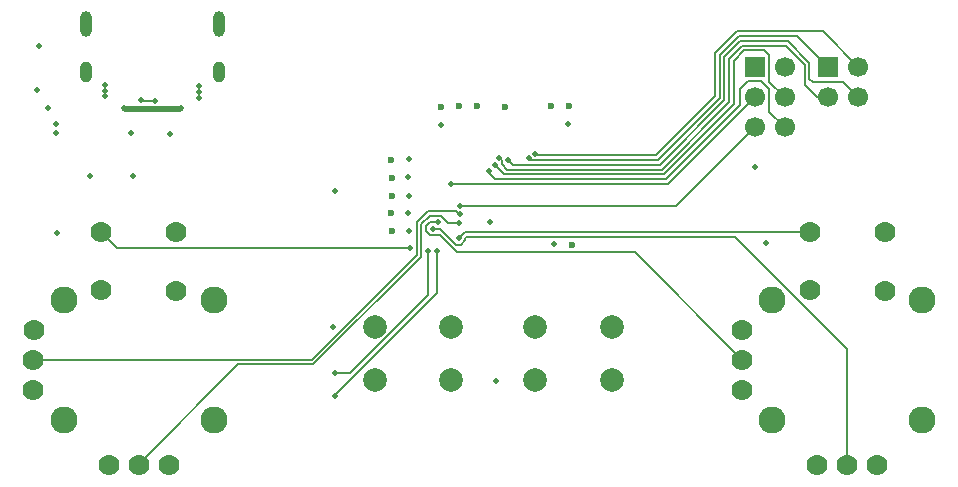
<source format=gbr>
%TF.GenerationSoftware,KiCad,Pcbnew,9.0.1-9.0.1-0~ubuntu24.04.1*%
%TF.CreationDate,2025-05-01T11:00:12-04:00*%
%TF.ProjectId,drone_sim_controler,64726f6e-655f-4736-996d-5f636f6e7472,rev?*%
%TF.SameCoordinates,Original*%
%TF.FileFunction,Copper,L4,Bot*%
%TF.FilePolarity,Positive*%
%FSLAX46Y46*%
G04 Gerber Fmt 4.6, Leading zero omitted, Abs format (unit mm)*
G04 Created by KiCad (PCBNEW 9.0.1-9.0.1-0~ubuntu24.04.1) date 2025-05-01 11:00:12*
%MOMM*%
%LPD*%
G01*
G04 APERTURE LIST*
G04 Aperture macros list*
%AMRoundRect*
0 Rectangle with rounded corners*
0 $1 Rounding radius*
0 $2 $3 $4 $5 $6 $7 $8 $9 X,Y pos of 4 corners*
0 Add a 4 corners polygon primitive as box body*
4,1,4,$2,$3,$4,$5,$6,$7,$8,$9,$2,$3,0*
0 Add four circle primitives for the rounded corners*
1,1,$1+$1,$2,$3*
1,1,$1+$1,$4,$5*
1,1,$1+$1,$6,$7*
1,1,$1+$1,$8,$9*
0 Add four rect primitives between the rounded corners*
20,1,$1+$1,$2,$3,$4,$5,0*
20,1,$1+$1,$4,$5,$6,$7,0*
20,1,$1+$1,$6,$7,$8,$9,0*
20,1,$1+$1,$8,$9,$2,$3,0*%
G04 Aperture macros list end*
%TA.AperFunction,ComponentPad*%
%ADD10RoundRect,0.500000X-0.000010X0.400000X-0.000010X-0.400000X0.000010X-0.400000X0.000010X0.400000X0*%
%TD*%
%TA.AperFunction,ComponentPad*%
%ADD11RoundRect,0.500000X-0.000010X0.600000X-0.000010X-0.600000X0.000010X-0.600000X0.000010X0.600000X0*%
%TD*%
%TA.AperFunction,ComponentPad*%
%ADD12C,2.000000*%
%TD*%
%TA.AperFunction,ComponentPad*%
%ADD13C,1.778000*%
%TD*%
%TA.AperFunction,ComponentPad*%
%ADD14C,2.286000*%
%TD*%
%TA.AperFunction,ComponentPad*%
%ADD15C,0.499999*%
%TD*%
%TA.AperFunction,ComponentPad*%
%ADD16R,1.700000X1.700000*%
%TD*%
%TA.AperFunction,ComponentPad*%
%ADD17C,1.700000*%
%TD*%
%TA.AperFunction,ViaPad*%
%ADD18C,0.500000*%
%TD*%
%TA.AperFunction,ViaPad*%
%ADD19C,0.600000*%
%TD*%
%TA.AperFunction,Conductor*%
%ADD20C,0.200000*%
%TD*%
%TA.AperFunction,Conductor*%
%ADD21C,0.500000*%
%TD*%
G04 APERTURE END LIST*
D10*
%TO.P,J1,S,SHIELD*%
%TO.N,GNDS*%
X73500000Y-124000000D03*
D11*
X73500000Y-120000000D03*
D10*
X62260000Y-124000000D03*
D11*
X62260000Y-120000000D03*
%TD*%
D12*
%TO.P,SW2,1,1*%
%TO.N,BTN_2*%
X100250000Y-145578497D03*
%TO.P,SW2,3,K*%
%TO.N,unconnected-(SW2-K-Pad3)*%
X106750000Y-145578497D03*
%TO.P,SW2,2,2*%
%TO.N,unconnected-(SW2-Pad2)*%
X100250000Y-150078497D03*
%TO.P,SW2,4,A*%
%TO.N,GND*%
X106750000Y-150078497D03*
%TD*%
D13*
%TO.P,JS2,B1A,SW_COM*%
%TO.N,RS_SW*%
X123525000Y-137585200D03*
%TO.P,JS2,B1B,SW_NO*%
%TO.N,unconnected-(JS2-SW_NO-PadB1B)*%
X129875000Y-137605000D03*
%TO.P,JS2,B2A,SW_COM*%
%TO.N,unconnected-(JS2-SW_COM-PadB2A)*%
X123525000Y-142525200D03*
%TO.P,JS2,B2B,SW_NO*%
%TO.N,GND*%
X129885000Y-142545200D03*
%TO.P,JS2,H1,Y_LO*%
X124175000Y-157275200D03*
%TO.P,JS2,H2,Y_W*%
%TO.N,RS_Y*%
X126715000Y-157295200D03*
%TO.P,JS2,H3,Y_HI*%
%TO.N,+3V3*%
X129255000Y-157275200D03*
D14*
%TO.P,JS2,S,SHLD*%
%TO.N,GNDS*%
X120350000Y-143335200D03*
X120350000Y-153465200D03*
X133050000Y-143320000D03*
X133050000Y-153480000D03*
D13*
%TO.P,JS2,V1,X_LO*%
%TO.N,GND*%
X117810000Y-145860000D03*
%TO.P,JS2,V2,X_W*%
%TO.N,RS_X*%
X117795000Y-148385200D03*
%TO.P,JS2,V3,X_HI*%
%TO.N,+3V3*%
X117795000Y-150925200D03*
%TD*%
D15*
%TO.P,U3,11,EXP*%
%TO.N,GND*%
X59700000Y-128406300D03*
X59700000Y-129193700D03*
%TD*%
D16*
%TO.P,J3,1,Pin_1*%
%TO.N,MTD0*%
X125085000Y-123605000D03*
D17*
%TO.P,J3,2,Pin_2*%
%TO.N,MTCK*%
X127625000Y-123605000D03*
%TO.P,J3,3,Pin_3*%
%TO.N,MTMS*%
X125085000Y-126145000D03*
%TO.P,J3,4,Pin_4*%
%TO.N,MTDI*%
X127625000Y-126145000D03*
%TD*%
D12*
%TO.P,SW1,1,1*%
%TO.N,BTN_1*%
X86700000Y-145578497D03*
%TO.P,SW1,3,K*%
%TO.N,unconnected-(SW1-K-Pad3)*%
X93200000Y-145578497D03*
%TO.P,SW1,2,2*%
%TO.N,unconnected-(SW1-Pad2)*%
X86700000Y-150078497D03*
%TO.P,SW1,4,A*%
%TO.N,GND*%
X93200000Y-150078497D03*
%TD*%
D13*
%TO.P,JS1,B1A,SW_COM*%
%TO.N,LS_SW*%
X63525000Y-137585200D03*
%TO.P,JS1,B1B,SW_NO*%
%TO.N,unconnected-(JS1-SW_NO-PadB1B)*%
X69875000Y-137605000D03*
%TO.P,JS1,B2A,SW_COM*%
%TO.N,unconnected-(JS1-SW_COM-PadB2A)*%
X63525000Y-142525200D03*
%TO.P,JS1,B2B,SW_NO*%
%TO.N,GND*%
X69885000Y-142545200D03*
%TO.P,JS1,H1,Y_LO*%
X64175000Y-157275200D03*
%TO.P,JS1,H2,Y_W*%
%TO.N,LS_Y*%
X66715000Y-157295200D03*
%TO.P,JS1,H3,Y_HI*%
%TO.N,+3V3*%
X69255000Y-157275200D03*
D14*
%TO.P,JS1,S,SHLD*%
%TO.N,GNDS*%
X60350000Y-143335200D03*
X60350000Y-153465200D03*
X73050000Y-143320000D03*
X73050000Y-153480000D03*
D13*
%TO.P,JS1,V1,X_LO*%
%TO.N,GND*%
X57810000Y-145860000D03*
%TO.P,JS1,V2,X_W*%
%TO.N,LS_X*%
X57795000Y-148385200D03*
%TO.P,JS1,V3,X_HI*%
%TO.N,+3V3*%
X57795000Y-150925200D03*
%TD*%
D16*
%TO.P,J2,1,Pin_1*%
%TO.N,GND*%
X118860000Y-123600000D03*
D17*
%TO.P,J2,2,Pin_2*%
%TO.N,+3V3*%
X121400000Y-123600000D03*
%TO.P,J2,3,Pin_3*%
%TO.N,RST*%
X118860000Y-126140000D03*
%TO.P,J2,4,Pin_4*%
%TO.N,ESP_TX*%
X121400000Y-126140000D03*
%TO.P,J2,5,Pin_5*%
%TO.N,ESP_IO0*%
X118860000Y-128680000D03*
%TO.P,J2,6,Pin_6*%
%TO.N,ESP_RX*%
X121400000Y-128680000D03*
%TD*%
D18*
%TO.N,MTD0*%
X99731817Y-131346001D03*
%TO.N,MTCK*%
X100303730Y-130942368D03*
%TO.N,MTDI*%
X97999999Y-131522183D03*
%TO.N,MTMS*%
X97256341Y-131308048D03*
%TO.N,ESP_TX*%
X96890627Y-131904920D03*
%TO.N,ESP_RX*%
X96407658Y-132411619D03*
%TO.N,RST*%
X93200000Y-133500000D03*
%TO.N,ESP_IO0*%
X93930089Y-135341541D03*
%TO.N,Net-(U1-GPIO8)*%
X83300000Y-151500000D03*
%TO.N,Net-(U1-GPIO7)*%
X83300000Y-149500000D03*
%TO.N,GND*%
X83300000Y-134100000D03*
X66200000Y-132800000D03*
%TO.N,Net-(U1-GPIO7)*%
X91200000Y-139150000D03*
%TO.N,Net-(U1-GPIO8)*%
X92000000Y-139150000D03*
%TO.N,+3V3*%
X96975000Y-150200000D03*
X62600000Y-132800000D03*
X118900000Y-132100000D03*
%TO.N,LS_SW*%
X89666909Y-138943369D03*
%TO.N,LS_X*%
X93911803Y-136086545D03*
%TO.N,LS_Y*%
X93847582Y-136798485D03*
%TO.N,RS_X*%
X92094977Y-136750000D03*
%TO.N,RS_Y*%
X91600000Y-137300000D03*
%TO.N,RS_SW*%
X93800000Y-138100000D03*
%TO.N,GND*%
X58115685Y-125575000D03*
%TO.N,+3V3*%
X59800000Y-137700000D03*
X59000000Y-127100000D03*
%TO.N,GND*%
X58300000Y-121800000D03*
%TO.N,+5V*%
X65500000Y-127100000D03*
X70300000Y-127100000D03*
%TO.N,GND*%
X66035967Y-129225000D03*
X69400000Y-129300000D03*
%TO.N,/USB_C_P*%
X66950000Y-126427951D03*
X68081376Y-126479815D03*
%TO.N,GND*%
X71800000Y-126200000D03*
X71800000Y-125700000D03*
X71800000Y-125200000D03*
X63900000Y-126100000D03*
X63900000Y-125600000D03*
X63900000Y-125100000D03*
%TO.N,+3V3*%
X119800000Y-138500000D03*
X83200000Y-145600000D03*
X101837500Y-138562500D03*
X103100000Y-128400000D03*
X89600000Y-137500000D03*
X89500000Y-136000000D03*
X89600000Y-134500000D03*
X89500000Y-132900000D03*
X89600000Y-131400000D03*
X92300000Y-128500000D03*
%TO.N,GND*%
X96450000Y-136700000D03*
D19*
X103437896Y-138684373D03*
X103189812Y-126886271D03*
X101645827Y-126923002D03*
X97700000Y-127000000D03*
X95400000Y-126900000D03*
X93800000Y-126900000D03*
X92328504Y-127000534D03*
X88100000Y-131500000D03*
X88186773Y-132989136D03*
X88186773Y-134489136D03*
X88100000Y-136000000D03*
X88186773Y-137489136D03*
%TD*%
D20*
%TO.N,MTCK*%
X100303730Y-130942368D02*
X100455362Y-131094000D01*
X100455362Y-131094000D02*
X110503400Y-131094000D01*
X110503400Y-131094000D02*
X115496000Y-126101400D01*
X115496000Y-126101400D02*
X115496000Y-122436900D01*
X115496000Y-122436900D02*
X117336900Y-120596000D01*
X117336900Y-120596000D02*
X124616000Y-120596000D01*
X124616000Y-120596000D02*
X127625000Y-123605000D01*
%TO.N,MTD0*%
X99731817Y-131346001D02*
X99880816Y-131495000D01*
X99880816Y-131495000D02*
X110669500Y-131495000D01*
X117100000Y-121398700D02*
X117501700Y-120997000D01*
X110669500Y-131495000D02*
X115897000Y-126267500D01*
X115897000Y-126267500D02*
X115897000Y-122603000D01*
X122477000Y-120997000D02*
X125085000Y-123605000D01*
X115897000Y-122603000D02*
X117100000Y-121400000D01*
X117100000Y-121400000D02*
X117100000Y-121398700D01*
X117501700Y-120997000D02*
X122477000Y-120997000D01*
%TO.N,MTDI*%
X97999999Y-131522183D02*
X98373816Y-131896000D01*
X98373816Y-131896000D02*
X110835600Y-131896000D01*
X123501000Y-123233900D02*
X123501000Y-124600000D01*
X110835600Y-131896000D02*
X116298000Y-126433600D01*
X116298000Y-122767800D02*
X117667800Y-121398000D01*
X116298000Y-126433600D02*
X116298000Y-122767800D01*
X117667800Y-121398000D02*
X121665100Y-121398000D01*
X121665100Y-121398000D02*
X123501000Y-123233900D01*
X123501000Y-124600000D02*
X123801000Y-124900000D01*
X123801000Y-124900000D02*
X126380000Y-124900000D01*
X126380000Y-124900000D02*
X127625000Y-126145000D01*
%TO.N,MTMS*%
X97256341Y-131308048D02*
X97441627Y-131493334D01*
X97441627Y-131493334D02*
X97441627Y-131841627D01*
X97441627Y-131841627D02*
X97897000Y-132297000D01*
X97897000Y-132297000D02*
X111001700Y-132297000D01*
X116699000Y-122933900D02*
X117833900Y-121799000D01*
X123100000Y-123400000D02*
X123100000Y-125100000D01*
X111001700Y-132297000D02*
X116699000Y-126599700D01*
X123100000Y-125100000D02*
X124145000Y-126145000D01*
X116699000Y-126599700D02*
X116699000Y-122933900D01*
X117833900Y-121799000D02*
X121499000Y-121799000D01*
X124145000Y-126145000D02*
X125085000Y-126145000D01*
X121499000Y-121799000D02*
X123100000Y-123400000D01*
%TO.N,ESP_TX*%
X96890627Y-131904920D02*
X97683707Y-132698000D01*
X97683707Y-132698000D02*
X111167800Y-132698000D01*
X120100000Y-124840000D02*
X121400000Y-126140000D01*
X111167800Y-132698000D02*
X117100000Y-126765800D01*
X117100000Y-126765800D02*
X117100000Y-123100000D01*
X118000000Y-122200000D02*
X119700000Y-122200000D01*
X117100000Y-123100000D02*
X118000000Y-122200000D01*
X119700000Y-122200000D02*
X120100000Y-122600000D01*
X120100000Y-122600000D02*
X120100000Y-124840000D01*
%TO.N,ESP_RX*%
X96407658Y-132411619D02*
X96407658Y-132607658D01*
X96407658Y-132607658D02*
X96899000Y-133099000D01*
X96899000Y-133099000D02*
X111333900Y-133099000D01*
X111333900Y-133099000D02*
X117600000Y-126832900D01*
X117600000Y-126832900D02*
X117600000Y-125500000D01*
X117600000Y-125500000D02*
X118300000Y-124800000D01*
X118300000Y-124800000D02*
X119400000Y-124800000D01*
X119400000Y-124800000D02*
X120100000Y-125500000D01*
X120100000Y-125500000D02*
X120100000Y-127380000D01*
X120100000Y-127380000D02*
X121400000Y-128680000D01*
%TO.N,RST*%
X93200000Y-133500000D02*
X111500000Y-133500000D01*
X111500000Y-133500000D02*
X118860000Y-126140000D01*
%TO.N,ESP_IO0*%
X93930089Y-135341541D02*
X112198459Y-135341541D01*
X112198459Y-135341541D02*
X118860000Y-128680000D01*
%TO.N,Net-(U1-GPIO8)*%
X92000000Y-139150000D02*
X92000000Y-142700000D01*
X92000000Y-142700000D02*
X83300000Y-151400000D01*
X83300000Y-151400000D02*
X83300000Y-151500000D01*
%TO.N,Net-(U1-GPIO7)*%
X91200000Y-139150000D02*
X91200000Y-142918389D01*
X91200000Y-142918389D02*
X84618389Y-149500000D01*
X84618389Y-149500000D02*
X83300000Y-149500000D01*
%TO.N,LS_SW*%
X89666909Y-138943369D02*
X64883169Y-138943369D01*
X64883169Y-138943369D02*
X63525000Y-137585200D01*
%TO.N,LS_Y*%
X66715000Y-157295200D02*
X66715000Y-157185000D01*
X92922694Y-136798485D02*
X93847582Y-136798485D01*
X66715000Y-157185000D02*
X75113800Y-148786200D01*
X90648000Y-136905668D02*
X91354668Y-136199000D01*
X75113800Y-148786200D02*
X81513800Y-148786200D01*
X91354668Y-136199000D02*
X92323209Y-136199000D01*
X81513800Y-148786200D02*
X90648000Y-139652000D01*
X92323209Y-136199000D02*
X92922694Y-136798485D01*
X90648000Y-139652000D02*
X90648000Y-136905668D01*
%TO.N,LS_X*%
X93911803Y-136086545D02*
X93623258Y-135798000D01*
X93623258Y-135798000D02*
X91188568Y-135798000D01*
X90247000Y-136739568D02*
X90247000Y-139485900D01*
X91188568Y-135798000D02*
X90247000Y-136739568D01*
X90247000Y-139485900D02*
X81347700Y-148385200D01*
X81347700Y-148385200D02*
X57795000Y-148385200D01*
%TO.N,RS_X*%
X92094977Y-136750000D02*
X92093977Y-136749000D01*
X93653668Y-139300000D02*
X108709800Y-139300000D01*
X92093977Y-136749000D02*
X91371768Y-136749000D01*
X91371768Y-136749000D02*
X91049000Y-137071768D01*
X91371768Y-137851000D02*
X92204668Y-137851000D01*
X108709800Y-139300000D02*
X117795000Y-148385200D01*
X91049000Y-137071768D02*
X91049000Y-137528232D01*
X91049000Y-137528232D02*
X91371768Y-137851000D01*
X92204668Y-137851000D02*
X93653668Y-139300000D01*
%TO.N,RS_Y*%
X91600000Y-137300000D02*
X92220768Y-137300000D01*
X92220768Y-137300000D02*
X93571768Y-138651000D01*
X93571768Y-138651000D02*
X94028232Y-138651000D01*
X94480900Y-137986200D02*
X117186200Y-137986200D01*
X117186200Y-137986200D02*
X126715000Y-147515000D01*
X94028232Y-138651000D02*
X94383550Y-138295682D01*
X94383550Y-138295682D02*
X94383550Y-138083550D01*
X94383550Y-138083550D02*
X94480900Y-137986200D01*
X126715000Y-147515000D02*
X126715000Y-157295200D01*
%TO.N,RS_SW*%
X93800000Y-138100000D02*
X94314800Y-137585200D01*
X94314800Y-137585200D02*
X123525000Y-137585200D01*
D21*
%TO.N,+5V*%
X65580815Y-127180815D02*
X65500000Y-127100000D01*
X70219185Y-127180815D02*
X65580815Y-127180815D01*
X70300000Y-127100000D02*
X70219185Y-127180815D01*
D20*
%TO.N,/USB_C_P*%
X68081376Y-126479815D02*
X67001864Y-126479815D01*
X67001864Y-126479815D02*
X66950000Y-126427951D01*
%TD*%
M02*

</source>
